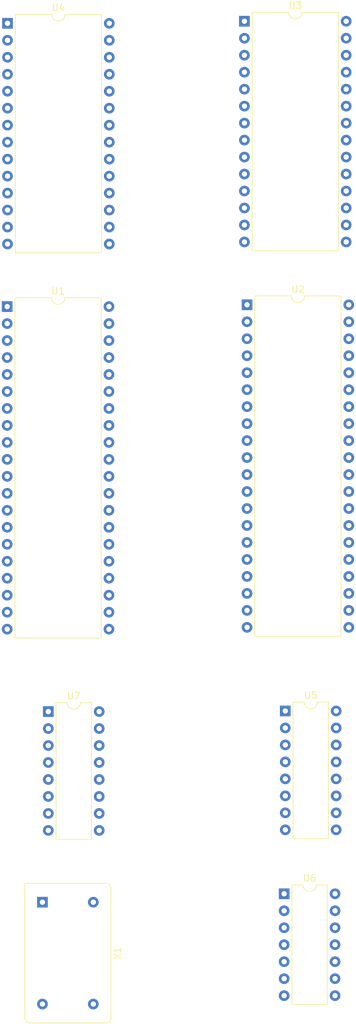
<source format=kicad_pcb>
(kicad_pcb (version 20240108) (generator "pcbnew") (generator_version "8.0")
  (layers (0 "F.Cu" signal) (31 "B.Cu" signal) (34 "B.Paste" user) (35 "F.Paste" user) (36 "B.SilkS" user "B.Silkscreen") (37 "F.SilkS" user "F.Silkscreen") (38 "B.Mask" user) (39 "F.Mask" user) (44 "Edge.Cuts" user))
  (net 0 "")
  (net 1 "/A3")
  (net 2 "/A14")
  (net 3 "/A12")
  (net 4 "/A13")
  (net 5 "/A1")
  (net 7 "/A9")
  (net 9 "/2M")
  (net 10 "/A8")
  (net 11 "+5V")
  (net 12 "/A6")
  (net 13 "/D2")
  (net 14 "/D1")
  (net 16 "/D3")
  (net 17 "/~{RESET}")
  (net 19 "/D7")
  (net 20 "/A4")
  (net 21 "/A7")
  (net 22 "GND")
  (net 23 "/A5")
  (net 24 "/D4")
  (net 25 "/D0")
  (net 27 "/A2")
  (net 28 "/D5")
  (net 29 "/A0")
  (net 30 "/A11")
  (net 31 "/A10")
  (net 32 "/R{slash}~{W}")
  (net 33 "/D6")
  (net 34 "/A15")
  (net 36 "/HSYNC")
  (net 37 "/VSYNC")
  (net 39 "Net-(U2-MA10)")
  (net 40 "Net-(U2-MA3)")
  (net 41 "Net-(U2-RA1)")
  (net 42 "Net-(U2-~{CS})")
  (net 44 "Net-(U2-MA4)")
  (net 45 "Net-(U2-MA9)")
  (net 46 "Net-(U2-MA6)")
  (net 47 "/DE")
  (net 48 "Net-(U2-MA1)")
  (net 49 "Net-(U2-MA0)")
  (net 52 "Net-(U2-MA5)")
  (net 53 "Net-(U2-RA3)")
  (net 54 "Net-(U2-MA8)")
  (net 55 "Net-(U2-RA0)")
  (net 56 "Net-(U2-RA2)")
  (net 58 "Net-(U2-MA2)")
  (net 59 "Net-(U2-MA7)")
  (net 60 "Net-(U3-D2)")
  (net 61 "Net-(U3-D4)")
  (net 62 "Net-(U3-D6)")
  (net 63 "Net-(U3-D0)")
  (net 64 "Net-(U3-D5)")
  (net 65 "Net-(U3-D7)")
  (net 66 "Net-(U3-D3)")
  (net 67 "Net-(U3-D1)")
  (net 69 "/16M")
  (net 70 "/~{DE}")
  (net 71 "Net-(U5-Q7)")
  (net 74 "/4M")
  (net 75 "/1M")
  (net 76 "/8M")
  (footprint "Package_DIP:DIP-28_W15.24mm" (layer "F.Cu") (at 131.85 19.65)
    (property "Reference" "U3" (at 7.62 -2.33 0) (layer "F.SilkS"))
    (property "Value" "28C256")
    (fp_line (start 1.16 -1.33) (end 1.16 34.35) (stroke (width 0.12)) (layer "F.SilkS"))
    (fp_line (start 1.16 34.35) (end 14.08 34.35) (stroke (width 0.12)) (layer "F.SilkS"))
    (fp_line (start 6.62 -1.33) (end 1.16 -1.33) (stroke (width 0.12)) (layer "F.SilkS"))
    (fp_line (start 14.08 -1.33) (end 8.62 -1.33) (stroke (width 0.12)) (layer "F.SilkS"))
    (fp_line (start 14.08 34.35) (end 14.08 -1.33) (stroke (width 0.12)) (layer "F.SilkS"))
    (fp_arc (start 8.62 -1.33) (mid 7.62 -0.33) (end 6.62 -1.33) (stroke (width 0.12)) (layer "F.SilkS"))
    (pad "1" thru_hole rect (at 0 0) (size 1.6 1.6) (drill 0.8) (layers "*.Cu" "*.Mask"))
    (pad "2" thru_hole oval (at 0 2.54) (size 1.6 1.6) (drill 0.8) (layers "*.Cu" "*.Mask") (net 53 "Net-(U2-RA3)"))
    (pad "3" thru_hole oval (at 0 5.08) (size 1.6 1.6) (drill 0.8) (layers "*.Cu" "*.Mask") (net 41 "Net-(U2-RA1)"))
    (pad "4" thru_hole oval (at 0 7.62) (size 1.6 1.6) (drill 0.8) (layers "*.Cu" "*.Mask") (net 59 "Net-(U2-MA7)"))
    (pad "5" thru_hole oval (at 0 10.16) (size 1.6 1.6) (drill 0.8) (layers "*.Cu" "*.Mask") (net 46 "Net-(U2-MA6)"))
    (pad "6" thru_hole oval (at 0 12.7) (size 1.6 1.6) (drill 0.8) (layers "*.Cu" "*.Mask") (net 52 "Net-(U2-MA5)"))
    (pad "7" thru_hole oval (at 0 15.24) (size 1.6 1.6) (drill 0.8) (layers "*.Cu" "*.Mask") (net 44 "Net-(U2-MA4)"))
    (pad "8" thru_hole oval (at 0 17.78) (size 1.6 1.6) (drill 0.8) (layers "*.Cu" "*.Mask") (net 40 "Net-(U2-MA3)"))
    (pad "9" thru_hole oval (at 0 20.32) (size 1.6 1.6) (drill 0.8) (layers "*.Cu" "*.Mask") (net 58 "Net-(U2-MA2)"))
    (pad "10" thru_hole oval (at 0 22.86) (size 1.6 1.6) (drill 0.8) (layers "*.Cu" "*.Mask") (net 48 "Net-(U2-MA1)"))
    (pad "11" thru_hole oval (at 0 25.4) (size 1.6 1.6) (drill 0.8) (layers "*.Cu" "*.Mask") (net 49 "Net-(U2-MA0)"))
    (pad "12" thru_hole oval (at 0 27.94) (size 1.6 1.6) (drill 0.8) (layers "*.Cu" "*.Mask"))
    (pad "13" thru_hole oval (at 0 30.48) (size 1.6 1.6) (drill 0.8) (layers "*.Cu" "*.Mask") (net 63 "Net-(U3-D0)"))
    (pad "14" thru_hole oval (at 0 33.02) (size 1.6 1.6) (drill 0.8) (layers "*.Cu" "*.Mask") (net 67 "Net-(U3-D1)"))
    (pad "15" thru_hole oval (at 15.24 33.02) (size 1.6 1.6) (drill 0.8) (layers "*.Cu" "*.Mask") (net 60 "Net-(U3-D2)"))
    (pad "16" thru_hole oval (at 15.24 30.48) (size 1.6 1.6) (drill 0.8) (layers "*.Cu" "*.Mask") (net 22 "GND"))
    (pad "17" thru_hole oval (at 15.24 27.94) (size 1.6 1.6) (drill 0.8) (layers "*.Cu" "*.Mask"))
    (pad "18" thru_hole oval (at 15.24 25.4) (size 1.6 1.6) (drill 0.8) (layers "*.Cu" "*.Mask") (net 66 "Net-(U3-D3)"))
    (pad "19" thru_hole oval (at 15.24 22.86) (size 1.6 1.6) (drill 0.8) (layers "*.Cu" "*.Mask") (net 61 "Net-(U3-D4)"))
    (pad "20" thru_hole oval (at 15.24 20.32) (size 1.6 1.6) (drill 0.8) (layers "*.Cu" "*.Mask") (net 64 "Net-(U3-D5)"))
    (pad "21" thru_hole oval (at 15.24 17.78) (size 1.6 1.6) (drill 0.8) (layers "*.Cu" "*.Mask") (net 62 "Net-(U3-D6)"))
    (pad "22" thru_hole oval (at 15.24 15.24) (size 1.6 1.6) (drill 0.8) (layers "*.Cu" "*.Mask") (net 65 "Net-(U3-D7)"))
    (pad "23" thru_hole oval (at 15.24 12.7) (size 1.6 1.6) (drill 0.8) (layers "*.Cu" "*.Mask") (net 22 "GND"))
    (pad "24" thru_hole oval (at 15.24 10.16) (size 1.6 1.6) (drill 0.8) (layers "*.Cu" "*.Mask") (net 39 "Net-(U2-MA10)"))
    (pad "25" thru_hole oval (at 15.24 7.62) (size 1.6 1.6) (drill 0.8) (layers "*.Cu" "*.Mask") (net 22 "GND"))
    (pad "26" thru_hole oval (at 15.24 5.08) (size 1.6 1.6) (drill 0.8) (layers "*.Cu" "*.Mask"))
    (pad "27" thru_hole oval (at 15.24 2.54) (size 1.6 1.6) (drill 0.8) (layers "*.Cu" "*.Mask") (net 55 "Net-(U2-RA0)"))
    (pad "28" thru_hole oval (at 15.24 0) (size 1.6 1.6) (drill 0.8) (layers "*.Cu" "*.Mask") (net 45 "Net-(U2-MA9)"))
  )
  (footprint "Package_DIP:DIP-28_W15.24mm" (layer "F.Cu") (at 96.37 19.96)
    (property "Reference" "U4" (at 7.62 -2.33 0) (layer "F.SilkS"))
    (property "Value" "28C256")
    (fp_line (start 1.16 -1.33) (end 1.16 34.35) (stroke (width 0.12)) (layer "F.SilkS"))
    (fp_line (start 1.16 34.35) (end 14.08 34.35) (stroke (width 0.12)) (layer "F.SilkS"))
    (fp_line (start 6.62 -1.33) (end 1.16 -1.33) (stroke (width 0.12)) (layer "F.SilkS"))
    (fp_line (start 14.08 -1.33) (end 8.62 -1.33) (stroke (width 0.12)) (layer "F.SilkS"))
    (fp_line (start 14.08 34.35) (end 14.08 -1.33) (stroke (width 0.12)) (layer "F.SilkS"))
    (fp_arc (start 8.62 -1.33) (mid 7.62 -0.33) (end 6.62 -1.33) (stroke (width 0.12)) (layer "F.SilkS"))
    (pad "1" thru_hole rect (at 0 0) (size 1.6 1.6) (drill 0.8) (layers "*.Cu" "*.Mask") (net 2 "/A14"))
    (pad "2" thru_hole oval (at 0 2.54) (size 1.6 1.6) (drill 0.8) (layers "*.Cu" "*.Mask") (net 3 "/A12"))
    (pad "3" thru_hole oval (at 0 5.08) (size 1.6 1.6) (drill 0.8) (layers "*.Cu" "*.Mask") (net 21 "/A7"))
    (pad "4" thru_hole oval (at 0 7.62) (size 1.6 1.6) (drill 0.8) (layers "*.Cu" "*.Mask") (net 12 "/A6"))
    (pad "5" thru_hole oval (at 0 10.16) (size 1.6 1.6) (drill 0.8) (layers "*.Cu" "*.Mask") (net 23 "/A5"))
    (pad "6" thru_hole oval (at 0 12.7) (size 1.6 1.6) (drill 0.8) (layers "*.Cu" "*.Mask") (net 20 "/A4"))
    (pad "7" thru_hole oval (at 0 15.24) (size 1.6 1.6) (drill 0.8) (layers "*.Cu" "*.Mask") (net 1 "/A3"))
    (pad "8" thru_hole oval (at 0 17.78) (size 1.6 1.6) (drill 0.8) (layers "*.Cu" "*.Mask") (net 27 "/A2"))
    (pad "9" thru_hole oval (at 0 20.32) (size 1.6 1.6) (drill 0.8) (layers "*.Cu" "*.Mask") (net 5 "/A1"))
    (pad "10" thru_hole oval (at 0 22.86) (size 1.6 1.6) (drill 0.8) (layers "*.Cu" "*.Mask") (net 29 "/A0"))
    (pad "11" thru_hole oval (at 0 25.4) (size 1.6 1.6) (drill 0.8) (layers "*.Cu" "*.Mask") (net 25 "/D0"))
    (pad "12" thru_hole oval (at 0 27.94) (size 1.6 1.6) (drill 0.8) (layers "*.Cu" "*.Mask") (net 14 "/D1"))
    (pad "13" thru_hole oval (at 0 30.48) (size 1.6 1.6) (drill 0.8) (layers "*.Cu" "*.Mask") (net 13 "/D2"))
    (pad "14" thru_hole oval (at 0 33.02) (size 1.6 1.6) (drill 0.8) (layers "*.Cu" "*.Mask") (net 22 "GND"))
    (pad "15" thru_hole oval (at 15.24 33.02) (size 1.6 1.6) (drill 0.8) (layers "*.Cu" "*.Mask") (net 16 "/D3"))
    (pad "16" thru_hole oval (at 15.24 30.48) (size 1.6 1.6) (drill 0.8) (layers "*.Cu" "*.Mask") (net 24 "/D4"))
    (pad "17" thru_hole oval (at 15.24 27.94) (size 1.6 1.6) (drill 0.8) (layers "*.Cu" "*.Mask") (net 28 "/D5"))
    (pad "18" thru_hole oval (at 15.24 25.4) (size 1.6 1.6) (drill 0.8) (layers "*.Cu" "*.Mask") (net 33 "/D6"))
    (pad "19" thru_hole oval (at 15.24 22.86) (size 1.6 1.6) (drill 0.8) (layers "*.Cu" "*.Mask") (net 19 "/D7"))
    (pad "20" thru_hole oval (at 15.24 20.32) (size 1.6 1.6) (drill 0.8) (layers "*.Cu" "*.Mask") (net 34 "/A15"))
    (pad "21" thru_hole oval (at 15.24 17.78) (size 1.6 1.6) (drill 0.8) (layers "*.Cu" "*.Mask") (net 31 "/A10"))
    (pad "22" thru_hole oval (at 15.24 15.24) (size 1.6 1.6) (drill 0.8) (layers "*.Cu" "*.Mask") (net 34 "/A15"))
    (pad "23" thru_hole oval (at 15.24 12.7) (size 1.6 1.6) (drill 0.8) (layers "*.Cu" "*.Mask") (net 30 "/A11"))
    (pad "24" thru_hole oval (at 15.24 10.16) (size 1.6 1.6) (drill 0.8) (layers "*.Cu" "*.Mask") (net 7 "/A9"))
    (pad "25" thru_hole oval (at 15.24 7.62) (size 1.6 1.6) (drill 0.8) (layers "*.Cu" "*.Mask") (net 10 "/A8"))
    (pad "26" thru_hole oval (at 15.24 5.08) (size 1.6 1.6) (drill 0.8) (layers "*.Cu" "*.Mask") (net 4 "/A13"))
    (pad "27" thru_hole oval (at 15.24 2.54) (size 1.6 1.6) (drill 0.8) (layers "*.Cu" "*.Mask") (net 22 "GND"))
    (pad "28" thru_hole oval (at 15.24 0) (size 1.6 1.6) (drill 0.8) (layers "*.Cu" "*.Mask") (net 11 "+5V"))
  )
  (footprint "Package_DIP:DIP-14_W7.62mm" (layer "F.Cu") (at 137.8 150.19)
    (property "Reference" "U6" (at 3.81 -2.33 0) (layer "F.SilkS"))
    (property "Value" "74HC14")
    (fp_line (start 1.16 -1.33) (end 1.16 16.57) (stroke (width 0.12)) (layer "F.SilkS"))
    (fp_line (start 1.16 16.57) (end 6.46 16.57) (stroke (width 0.12)) (layer "F.SilkS"))
    (fp_line (start 2.81 -1.33) (end 1.16 -1.33) (stroke (width 0.12)) (layer "F.SilkS"))
    (fp_line (start 6.46 -1.33) (end 4.81 -1.33) (stroke (width 0.12)) (layer "F.SilkS"))
    (fp_line (start 6.46 16.57) (end 6.46 -1.33) (stroke (width 0.12)) (layer "F.SilkS"))
    (fp_arc (start 4.81 -1.33) (mid 3.81 -0.33) (end 2.81 -1.33) (stroke (width 0.12)) (layer "F.SilkS"))
    (pad "1" thru_hole rect (at 0 0) (size 1.6 1.6) (drill 0.8) (layers "*.Cu" "*.Mask") (net 34 "/A15"))
    (pad "2" thru_hole oval (at 0 2.54) (size 1.6 1.6) (drill 0.8) (layers "*.Cu" "*.Mask") (net 42 "Net-(U2-~{CS})"))
    (pad "3" thru_hole oval (at 0 5.08) (size 1.6 1.6) (drill 0.8) (layers "*.Cu" "*.Mask") (net 47 "/DE"))
    (pad "4" thru_hole oval (at 0 7.62) (size 1.6 1.6) (drill 0.8) (layers "*.Cu" "*.Mask") (net 70 "/~{DE}"))
    (pad "5" thru_hole oval (at 0 10.16) (size 1.6 1.6) (drill 0.8) (layers "*.Cu" "*.Mask"))
    (pad "6" thru_hole oval (at 0 12.7) (size 1.6 1.6) (drill 0.8) (layers "*.Cu" "*.Mask"))
    (pad "7" thru_hole oval (at 0 15.24) (size 1.6 1.6) (drill 0.8) (layers "*.Cu" "*.Mask") (net 22 "GND"))
    (pad "8" thru_hole oval (at 7.62 15.24) (size 1.6 1.6) (drill 0.8) (layers "*.Cu" "*.Mask"))
    (pad "9" thru_hole oval (at 7.62 12.7) (size 1.6 1.6) (drill 0.8) (layers "*.Cu" "*.Mask"))
    (pad "10" thru_hole oval (at 7.62 10.16) (size 1.6 1.6) (drill 0.8) (layers "*.Cu" "*.Mask"))
    (pad "11" thru_hole oval (at 7.62 7.62) (size 1.6 1.6) (drill 0.8) (layers "*.Cu" "*.Mask"))
    (pad "12" thru_hole oval (at 7.62 5.08) (size 1.6 1.6) (drill 0.8) (layers "*.Cu" "*.Mask"))
    (pad "13" thru_hole oval (at 7.62 2.54) (size 1.6 1.6) (drill 0.8) (layers "*.Cu" "*.Mask"))
    (pad "14" thru_hole oval (at 7.62 0) (size 1.6 1.6) (drill 0.8) (layers "*.Cu" "*.Mask") (net 11 "+5V"))
  )
  (footprint "Package_DIP:DIP-40_W15.24mm" (layer "F.Cu") (at 132.24 62.07)
    (property "Reference" "U2" (at 7.62 -2.33 0) (layer "F.SilkS"))
    (property "Value" "MC6845")
    (fp_line (start 1.16 -1.33) (end 1.16 49.59) (stroke (width 0.12)) (layer "F.SilkS"))
    (fp_line (start 1.16 49.59) (end 14.08 49.59) (stroke (width 0.12)) (layer "F.SilkS"))
    (fp_line (start 6.62 -1.33) (end 1.16 -1.33) (stroke (width 0.12)) (layer "F.SilkS"))
    (fp_line (start 14.08 -1.33) (end 8.62 -1.33) (stroke (width 0.12)) (layer "F.SilkS"))
    (fp_line (start 14.08 49.59) (end 14.08 -1.33) (stroke (width 0.12)) (layer "F.SilkS"))
    (fp_arc (start 8.62 -1.33) (mid 7.62 -0.33) (end 6.62 -1.33) (stroke (width 0.12)) (layer "F.SilkS"))
    (pad "1" thru_hole rect (at 0 0) (size 1.6 1.6) (drill 0.8) (layers "*.Cu" "*.Mask") (net 22 "GND"))
    (pad "2" thru_hole oval (at 0 2.54) (size 1.6 1.6) (drill 0.8) (layers "*.Cu" "*.Mask") (net 17 "/~{RESET}"))
    (pad "3" thru_hole oval (at 0 5.08) (size 1.6 1.6) (drill 0.8) (layers "*.Cu" "*.Mask") (net 22 "GND"))
    (pad "4" thru_hole oval (at 0 7.62) (size 1.6 1.6) (drill 0.8) (layers "*.Cu" "*.Mask") (net 49 "Net-(U2-MA0)"))
    (pad "5" thru_hole oval (at 0 10.16) (size 1.6 1.6) (drill 0.8) (layers "*.Cu" "*.Mask") (net 48 "Net-(U2-MA1)"))
    (pad "6" thru_hole oval (at 0 12.7) (size 1.6 1.6) (drill 0.8) (layers "*.Cu" "*.Mask") (net 58 "Net-(U2-MA2)"))
    (pad "7" thru_hole oval (at 0 15.24) (size 1.6 1.6) (drill 0.8) (layers "*.Cu" "*.Mask") (net 40 "Net-(U2-MA3)"))
    (pad "8" thru_hole oval (at 0 17.78) (size 1.6 1.6) (drill 0.8) (layers "*.Cu" "*.Mask") (net 44 "Net-(U2-MA4)"))
    (pad "9" thru_hole oval (at 0 20.32) (size 1.6 1.6) (drill 0.8) (layers "*.Cu" "*.Mask") (net 52 "Net-(U2-MA5)"))
    (pad "10" thru_hole oval (at 0 22.86) (size 1.6 1.6) (drill 0.8) (layers "*.Cu" "*.Mask") (net 46 "Net-(U2-MA6)"))
    (pad "11" thru_hole oval (at 0 25.4) (size 1.6 1.6) (drill 0.8) (layers "*.Cu" "*.Mask") (net 59 "Net-(U2-MA7)"))
    (pad "12" thru_hole oval (at 0 27.94) (size 1.6 1.6) (drill 0.8) (layers "*.Cu" "*.Mask") (net 54 "Net-(U2-MA8)"))
    (pad "13" thru_hole oval (at 0 30.48) (size 1.6 1.6) (drill 0.8) (layers "*.Cu" "*.Mask") (net 45 "Net-(U2-MA9)"))
    (pad "14" thru_hole oval (at 0 33.02) (size 1.6 1.6) (drill 0.8) (layers "*.Cu" "*.Mask") (net 39 "Net-(U2-MA10)"))
    (pad "15" thru_hole oval (at 0 35.56) (size 1.6 1.6) (drill 0.8) (layers "*.Cu" "*.Mask"))
    (pad "16" thru_hole oval (at 0 38.1) (size 1.6 1.6) (drill 0.8) (layers "*.Cu" "*.Mask"))
    (pad "17" thru_hole oval (at 0 40.64) (size 1.6 1.6) (drill 0.8) (layers "*.Cu" "*.Mask"))
    (pad "18" thru_hole oval (at 0 43.18) (size 1.6 1.6) (drill 0.8) (layers "*.Cu" "*.Mask") (net 47 "/DE"))
    (pad "19" thru_hole oval (at 0 45.72) (size 1.6 1.6) (drill 0.8) (layers "*.Cu" "*.Mask"))
    (pad "20" thru_hole oval (at 0 48.26) (size 1.6 1.6) (drill 0.8) (layers "*.Cu" "*.Mask") (net 11 "+5V"))
    (pad "21" thru_hole oval (at 15.24 48.26) (size 1.6 1.6) (drill 0.8) (layers "*.Cu" "*.Mask") (net 9 "/2M"))
    (pad "22" thru_hole oval (at 15.24 45.72) (size 1.6 1.6) (drill 0.8) (layers "*.Cu" "*.Mask") (net 32 "/R{slash}~{W}"))
    (pad "23" thru_hole oval (at 15.24 43.18) (size 1.6 1.6) (drill 0.8) (layers "*.Cu" "*.Mask") (net 11 "+5V"))
    (pad "24" thru_hole oval (at 15.24 40.64) (size 1.6 1.6) (drill 0.8) (layers "*.Cu" "*.Mask") (net 29 "/A0"))
    (pad "25" thru_hole oval (at 15.24 38.1) (size 1.6 1.6) (drill 0.8) (layers "*.Cu" "*.Mask") (net 42 "Net-(U2-~{CS})"))
    (pad "26" thru_hole oval (at 15.24 35.56) (size 1.6 1.6) (drill 0.8) (layers "*.Cu" "*.Mask") (net 19 "/D7"))
    (pad "27" thru_hole oval (at 15.24 33.02) (size 1.6 1.6) (drill 0.8) (layers "*.Cu" "*.Mask") (net 33 "/D6"))
    (pad "28" thru_hole oval (at 15.24 30.48) (size 1.6 1.6) (drill 0.8) (layers "*.Cu" "*.Mask") (net 28 "/D5"))
    (pad "29" thru_hole oval (at 15.24 27.94) (size 1.6 1.6) (drill 0.8) (layers "*.Cu" "*.Mask") (net 24 "/D4"))
    (pad "30" thru_hole oval (at 15.24 25.4) (size 1.6 1.6) (drill 0.8) (layers "*.Cu" "*.Mask") (net 16 "/D3"))
    (pad "31" thru_hole oval (at 15.24 22.86) (size 1.6 1.6) (drill 0.8) (layers "*.Cu" "*.Mask") (net 13 "/D2"))
    (pad "32" thru_hole oval (at 15.24 20.32) (size 1.6 1.6) (drill 0.8) (layers "*.Cu" "*.Mask") (net 14 "/D1"))
    (pad "33" thru_hole oval (at 15.24 17.78) (size 1.6 1.6) (drill 0.8) (layers "*.Cu" "*.Mask") (net 25 "/D0"))
    (pad "34" thru_hole oval (at 15.24 15.24) (size 1.6 1.6) (drill 0.8) (layers "*.Cu" "*.Mask"))
    (pad "35" thru_hole oval (at 15.24 12.7) (size 1.6 1.6) (drill 0.8) (layers "*.Cu" "*.Mask") (net 53 "Net-(U2-RA3)"))
    (pad "36" thru_hole oval (at 15.24 10.16) (size 1.6 1.6) (drill 0.8) (layers "*.Cu" "*.Mask") (net 56 "Net-(U2-RA2)"))
    (pad "37" thru_hole oval (at 15.24 7.62) (size 1.6 1.6) (drill 0.8) (layers "*.Cu" "*.Mask") (net 41 "Net-(U2-RA1)"))
    (pad "38" thru_hole oval (at 15.24 5.08) (size 1.6 1.6) (drill 0.8) (layers "*.Cu" "*.Mask") (net 55 "Net-(U2-RA0)"))
    (pad "39" thru_hole oval (at 15.24 2.54) (size 1.6 1.6) (drill 0.8) (layers "*.Cu" "*.Mask") (net 36 "/HSYNC"))
    (pad "40" thru_hole oval (at 15.24 0) (size 1.6 1.6) (drill 0.8) (layers "*.Cu" "*.Mask") (net 37 "/VSYNC"))
  )
  (footprint "Package_DIP:DIP-40_W15.24mm" (layer "F.Cu") (at 96.32 62.34)
    (property "Reference" "U1" (at 7.62 -2.33 0) (layer "F.SilkS"))
    (property "Value" "W65C02SxP")
    (fp_line (start 1.16 -1.33) (end 1.16 49.59) (stroke (width 0.12)) (layer "F.SilkS"))
    (fp_line (start 1.16 49.59) (end 14.08 49.59) (stroke (width 0.12)) (layer "F.SilkS"))
    (fp_line (start 6.62 -1.33) (end 1.16 -1.33) (stroke (width 0.12)) (layer "F.SilkS"))
    (fp_line (start 14.08 -1.33) (end 8.62 -1.33) (stroke (width 0.12)) (layer "F.SilkS"))
    (fp_line (start 14.08 49.59) (end 14.08 -1.33) (stroke (width 0.12)) (layer "F.SilkS"))
    (fp_arc (start 8.62 -1.33) (mid 7.62 -0.33) (end 6.62 -1.33) (stroke (width 0.12)) (layer "F.SilkS"))
    (pad "1" thru_hole rect (at 0 0) (size 1.6 1.6) (drill 0.8) (layers "*.Cu" "*.Mask"))
    (pad "2" thru_hole oval (at 0 2.54) (size 1.6 1.6) (drill 0.8) (layers "*.Cu" "*.Mask") (net 11 "+5V"))
    (pad "3" thru_hole oval (at 0 5.08) (size 1.6 1.6) (drill 0.8) (layers "*.Cu" "*.Mask"))
    (pad "4" thru_hole oval (at 0 7.62) (size 1.6 1.6) (drill 0.8) (layers "*.Cu" "*.Mask") (net 11 "+5V"))
    (pad "5" thru_hole oval (at 0 10.16) (size 1.6 1.6) (drill 0.8) (layers "*.Cu" "*.Mask"))
    (pad "6" thru_hole oval (at 0 12.7) (size 1.6 1.6) (drill 0.8) (layers "*.Cu" "*.Mask") (net 11 "+5V"))
    (pad "7" thru_hole oval (at 0 15.24) (size 1.6 1.6) (drill 0.8) (layers "*.Cu" "*.Mask"))
    (pad "8" thru_hole oval (at 0 17.78) (size 1.6 1.6) (drill 0.8) (layers "*.Cu" "*.Mask") (net 11 "+5V"))
    (pad "9" thru_hole oval (at 0 20.32) (size 1.6 1.6) (drill 0.8) (layers "*.Cu" "*.Mask") (net 29 "/A0"))
    (pad "10" thru_hole oval (at 0 22.86) (size 1.6 1.6) (drill 0.8) (layers "*.Cu" "*.Mask") (net 5 "/A1"))
    (pad "11" thru_hole oval (at 0 25.4) (size 1.6 1.6) (drill 0.8) (layers "*.Cu" "*.Mask") (net 27 "/A2"))
    (pad "12" thru_hole oval (at 0 27.94) (size 1.6 1.6) (drill 0.8) (layers "*.Cu" "*.Mask") (net 1 "/A3"))
    (pad "13" thru_hole oval (at 0 30.48) (size 1.6 1.6) (drill 0.8) (layers "*.Cu" "*.Mask") (net 20 "/A4"))
    (pad "14" thru_hole oval (at 0 33.02) (size 1.6 1.6) (drill 0.8) (layers "*.Cu" "*.Mask") (net 23 "/A5"))
    (pad "15" thru_hole oval (at 0 35.56) (size 1.6 1.6) (drill 0.8) (layers "*.Cu" "*.Mask") (net 12 "/A6"))
    (pad "16" thru_hole oval (at 0 38.1) (size 1.6 1.6) (drill 0.8) (layers "*.Cu" "*.Mask") (net 21 "/A7"))
    (pad "17" thru_hole oval (at 0 40.64) (size 1.6 1.6) (drill 0.8) (layers "*.Cu" "*.Mask") (net 10 "/A8"))
    (pad "18" thru_hole oval (at 0 43.18) (size 1.6 1.6) (drill 0.8) (layers "*.Cu" "*.Mask") (net 7 "/A9"))
    (pad "19" thru_hole oval (at 0 45.72) (size 1.6 1.6) (drill 0.8) (layers "*.Cu" "*.Mask") (net 31 "/A10"))
    (pad "20" thru_hole oval (at 0 48.26) (size 1.6 1.6) (drill 0.8) (layers "*.Cu" "*.Mask") (net 30 "/A11"))
    (pad "21" thru_hole oval (at 15.24 48.26) (size 1.6 1.6) (drill 0.8) (layers "*.Cu" "*.Mask") (net 22 "GND"))
    (pad "22" thru_hole oval (at 15.24 45.72) (size 1.6 1.6) (drill 0.8) (layers "*.Cu" "*.Mask") (net 3 "/A12"))
    (pad "23" thru_hole oval (at 15.24 43.18) (size 1.6 1.6) (drill 0.8) (layers "*.Cu" "*.Mask") (net 4 "/A13"))
    (pad "24" thru_hole oval (at 15.24 40.64) (size 1.6 1.6) (drill 0.8) (layers "*.Cu" "*.Mask") (net 2 "/A14"))
    (pad "25" thru_hole oval (at 15.24 38.1) (size 1.6 1.6) (drill 0.8) (layers "*.Cu" "*.Mask") (net 34 "/A15"))
    (pad "26" thru_hole oval (at 15.24 35.56) (size 1.6 1.6) (drill 0.8) (layers "*.Cu" "*.Mask") (net 19 "/D7"))
    (pad "27" thru_hole oval (at 15.24 33.02) (size 1.6 1.6) (drill 0.8) (layers "*.Cu" "*.Mask") (net 33 "/D6"))
    (pad "28" thru_hole oval (at 15.24 30.48) (size 1.6 1.6) (drill 0.8) (layers "*.Cu" "*.Mask") (net 28 "/D5"))
    (pad "29" thru_hole oval (at 15.24 27.94) (size 1.6 1.6) (drill 0.8) (layers "*.Cu" "*.Mask") (net 24 "/D4"))
    (pad "30" thru_hole oval (at 15.24 25.4) (size 1.6 1.6) (drill 0.8) (layers "*.Cu" "*.Mask") (net 16 "/D3"))
    (pad "31" thru_hole oval (at 15.24 22.86) (size 1.6 1.6) (drill 0.8) (layers "*.Cu" "*.Mask") (net 13 "/D2"))
    (pad "32" thru_hole oval (at 15.24 20.32) (size 1.6 1.6) (drill 0.8) (layers "*.Cu" "*.Mask") (net 14 "/D1"))
    (pad "33" thru_hole oval (at 15.24 17.78) (size 1.6 1.6) (drill 0.8) (layers "*.Cu" "*.Mask") (net 25 "/D0"))
    (pad "34" thru_hole oval (at 15.24 15.24) (size 1.6 1.6) (drill 0.8) (layers "*.Cu" "*.Mask") (net 32 "/R{slash}~{W}"))
    (pad "35" thru_hole oval (at 15.24 12.7) (size 1.6 1.6) (drill 0.8) (layers "*.Cu" "*.Mask"))
    (pad "36" thru_hole oval (at 15.24 10.16) (size 1.6 1.6) (drill 0.8) (layers "*.Cu" "*.Mask") (net 11 "+5V"))
    (pad "37" thru_hole oval (at 15.24 7.62) (size 1.6 1.6) (drill 0.8) (layers "*.Cu" "*.Mask") (net 9 "/2M"))
    (pad "38" thru_hole oval (at 15.24 5.08) (size 1.6 1.6) (drill 0.8) (layers "*.Cu" "*.Mask") (net 11 "+5V"))
    (pad "39" thru_hole oval (at 15.24 2.54) (size 1.6 1.6) (drill 0.8) (layers "*.Cu" "*.Mask"))
    (pad "40" thru_hole oval (at 15.24 0) (size 1.6 1.6) (drill 0.8) (layers "*.Cu" "*.Mask") (net 17 "/~{RESET}"))
  )
  (footprint "Package_DIP:DIP-16_W7.62mm" (layer "F.Cu") (at 102.48 122.93)
    (property "Reference" "U7" (at 3.81 -2.33 0) (layer "F.SilkS"))
    (property "Value" "4520")
    (fp_line (start 1.16 -1.33) (end 1.16 19.11) (stroke (width 0.12)) (layer "F.SilkS"))
    (fp_line (start 1.16 19.11) (end 6.46 19.11) (stroke (width 0.12)) (layer "F.SilkS"))
    (fp_line (start 2.81 -1.33) (end 1.16 -1.33) (stroke (width 0.12)) (layer "F.SilkS"))
    (fp_line (start 6.46 -1.33) (end 4.81 -1.33) (stroke (width 0.12)) (layer "F.SilkS"))
    (fp_line (start 6.46 19.11) (end 6.46 -1.33) (stroke (width 0.12)) (layer "F.SilkS"))
    (fp_arc (start 4.81 -1.33) (mid 3.81 -0.33) (end 2.81 -1.33) (stroke (width 0.12)) (layer "F.SilkS"))
    (pad "1" thru_hole rect (at 0 0) (size 1.6 1.6) (drill 0.8) (layers "*.Cu" "*.Mask") (net 69 "/16M"))
    (pad "2" thru_hole oval (at 0 2.54) (size 1.6 1.6) (drill 0.8) (layers "*.Cu" "*.Mask") (net 11 "+5V"))
    (pad "3" thru_hole oval (at 0 5.08) (size 1.6 1.6) (drill 0.8) (layers "*.Cu" "*.Mask") (net 76 "/8M"))
    (pad "4" thru_hole oval (at 0 7.62) (size 1.6 1.6) (drill 0.8) (layers "*.Cu" "*.Mask") (net 74 "/4M"))
    (pad "5" thru_hole oval (at 0 10.16) (size 1.6 1.6) (drill 0.8) (layers "*.Cu" "*.Mask") (net 9 "/2M"))
    (pad "6" thru_hole oval (at 0 12.7) (size 1.6 1.6) (drill 0.8) (layers "*.Cu" "*.Mask") (net 75 "/1M"))
    (pad "7" thru_hole oval (at 0 15.24) (size 1.6 1.6) (drill 0.8) (layers "*.Cu" "*.Mask") (net 22 "GND"))
    (pad "8" thru_hole oval (at 0 17.78) (size 1.6 1.6) (drill 0.8) (layers "*.Cu" "*.Mask") (net 22 "GND"))
    (pad "9" thru_hole oval (at 7.62 17.78) (size 1.6 1.6) (drill 0.8) (layers "*.Cu" "*.Mask"))
    (pad "10" thru_hole oval (at 7.62 15.24) (size 1.6 1.6) (drill 0.8) (layers "*.Cu" "*.Mask"))
    (pad "11" thru_hole oval (at 7.62 12.7) (size 1.6 1.6) (drill 0.8) (layers "*.Cu" "*.Mask"))
    (pad "12" thru_hole oval (at 7.62 10.16) (size 1.6 1.6) (drill 0.8) (layers "*.Cu" "*.Mask"))
    (pad "13" thru_hole oval (at 7.62 7.62) (size 1.6 1.6) (drill 0.8) (layers "*.Cu" "*.Mask"))
    (pad "14" thru_hole oval (at 7.62 5.08) (size 1.6 1.6) (drill 0.8) (layers "*.Cu" "*.Mask"))
    (pad "15" thru_hole oval (at 7.62 2.54) (size 1.6 1.6) (drill 0.8) (layers "*.Cu" "*.Mask"))
    (pad "16" thru_hole oval (at 7.62 0) (size 1.6 1.6) (drill 0.8) (layers "*.Cu" "*.Mask") (net 11 "+5V"))
  )
  (footprint "Package_DIP:DIP-16_W7.62mm" (layer "F.Cu") (at 137.97 122.84)
    (property "Reference" "U5" (at 3.81 -2.33 0) (layer "F.SilkS"))
    (property "Value" "74HC165")
    (fp_line (start 1.16 -1.33) (end 1.16 19.11) (stroke (width 0.12)) (layer "F.SilkS"))
    (fp_line (start 1.16 19.11) (end 6.46 19.11) (stroke (width 0.12)) (layer "F.SilkS"))
    (fp_line (start 2.81 -1.33) (end 1.16 -1.33) (stroke (width 0.12)) (layer "F.SilkS"))
    (fp_line (start 6.46 -1.33) (end 4.81 -1.33) (stroke (width 0.12)) (layer "F.SilkS"))
    (fp_line (start 6.46 19.11) (end 6.46 -1.33) (stroke (width 0.12)) (layer "F.SilkS"))
    (fp_arc (start 4.81 -1.33) (mid 3.81 -0.33) (end 2.81 -1.33) (stroke (width 0.12)) (layer "F.SilkS"))
    (pad "1" thru_hole rect (at 0 0) (size 1.6 1.6) (drill 0.8) (layers "*.Cu" "*.Mask") (net 22 "GND"))
    (pad "2" thru_hole oval (at 0 2.54) (size 1.6 1.6) (drill 0.8) (layers "*.Cu" "*.Mask") (net 69 "/16M"))
    (pad "3" thru_hole oval (at 0 5.08) (size 1.6 1.6) (drill 0.8) (layers "*.Cu" "*.Mask") (net 61 "Net-(U3-D4)"))
    (pad "4" thru_hole oval (at 0 7.62) (size 1.6 1.6) (drill 0.8) (layers "*.Cu" "*.Mask") (net 64 "Net-(U3-D5)"))
    (pad "5" thru_hole oval (at 0 10.16) (size 1.6 1.6) (drill 0.8) (layers "*.Cu" "*.Mask") (net 62 "Net-(U3-D6)"))
    (pad "6" thru_hole oval (at 0 12.7) (size 1.6 1.6) (drill 0.8) (layers "*.Cu" "*.Mask") (net 65 "Net-(U3-D7)"))
    (pad "7" thru_hole oval (at 0 15.24) (size 1.6 1.6) (drill 0.8) (layers "*.Cu" "*.Mask"))
    (pad "8" thru_hole oval (at 0 17.78) (size 1.6 1.6) (drill 0.8) (layers "*.Cu" "*.Mask") (net 22 "GND"))
    (pad "9" thru_hole oval (at 7.62 17.78) (size 1.6 1.6) (drill 0.8) (layers "*.Cu" "*.Mask") (net 71 "Net-(U5-Q7)"))
    (pad "10" thru_hole oval (at 7.62 15.24) (size 1.6 1.6) (drill 0.8) (layers "*.Cu" "*.Mask"))
    (pad "11" thru_hole oval (at 7.62 12.7) (size 1.6 1.6) (drill 0.8) (layers "*.Cu" "*.Mask") (net 63 "Net-(U3-D0)"))
    (pad "12" thru_hole oval (at 7.62 10.16) (size 1.6 1.6) (drill 0.8) (layers "*.Cu" "*.Mask") (net 67 "Net-(U3-D1)"))
    (pad "13" thru_hole oval (at 7.62 7.62) (size 1.6 1.6) (drill 0.8) (layers "*.Cu" "*.Mask") (net 60 "Net-(U3-D2)"))
    (pad "14" thru_hole oval (at 7.62 5.08) (size 1.6 1.6) (drill 0.8) (layers "*.Cu" "*.Mask") (net 66 "Net-(U3-D3)"))
    (pad "15" thru_hole oval (at 7.62 2.54) (size 1.6 1.6) (drill 0.8) (layers "*.Cu" "*.Mask") (net 70 "/~{DE}"))
    (pad "16" thru_hole oval (at 7.62 0) (size 1.6 1.6) (drill 0.8) (layers "*.Cu" "*.Mask") (net 11 "+5V"))
  )
  (footprint "Oscillator:Oscillator_DIP-14" (layer "F.Cu") (at 101.6 151.45 -90)
    (property "Reference" "X1" (at 7.62 -11.26 90) (layer "F.SilkS"))
    (property "Value" "16Mhz")
    (fp_line (start -2.83 2.64) (end 17.32 2.64) (stroke (width 0.12)) (layer "F.SilkS"))
    (fp_line (start 18.07 1.89) (end 18.07 -9.51) (stroke (width 0.12)) (layer "F.SilkS"))
    (fp_line (start -2.83 -9.51) (end -2.83 2.64) (stroke (width 0.12)) (layer "F.SilkS"))
    (fp_line (start 17.32 -10.26) (end -2.08 -10.26) (stroke (width 0.12)) (layer "F.SilkS"))
    (fp_arc (start 18.07 1.89) (mid 17.85033 2.42033) (end 17.32 2.64) (stroke (width 0.12)) (layer "F.SilkS"))
    (fp_arc (start -2.83 -9.51) (mid -2.61033 -10.04033) (end -2.08 -10.26) (stroke (width 0.12)) (layer "F.SilkS"))
    (fp_arc (start 17.32 -10.26) (mid 17.85033 -10.04033) (end 18.07 -9.51) (stroke (width 0.12)) (layer "F.SilkS"))
    (pad "1" thru_hole rect (at 0 0 270) (size 1.6 1.6) (drill 0.8) (layers "*.Cu" "*.Mask"))
    (pad "7" thru_hole circle (at 15.24 0 270) (size 1.6 1.6) (drill 0.8) (layers "*.Cu" "*.Mask") (net 22 "GND"))
    (pad "8" thru_hole circle (at 15.24 -7.62 270) (size 1.6 1.6) (drill 0.8) (layers "*.Cu" "*.Mask") (net 69 "/16M"))
    (pad "14" thru_hole circle (at 0 -7.62 270) (size 1.6 1.6) (drill 0.8) (layers "*.Cu" "*.Mask") (net 11 "+5V"))
  )
)
</source>
